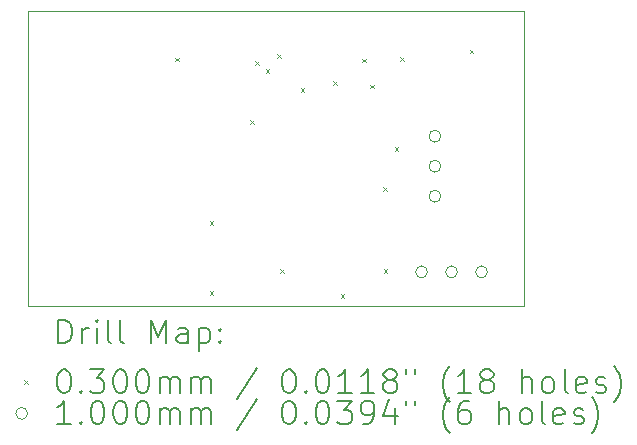
<source format=gbr>
%TF.GenerationSoftware,KiCad,Pcbnew,8.0.7*%
%TF.CreationDate,2025-02-23T01:29:40-05:00*%
%TF.ProjectId,switched_reg,73776974-6368-4656-945f-7265672e6b69,rev?*%
%TF.SameCoordinates,Original*%
%TF.FileFunction,Drillmap*%
%TF.FilePolarity,Positive*%
%FSLAX45Y45*%
G04 Gerber Fmt 4.5, Leading zero omitted, Abs format (unit mm)*
G04 Created by KiCad (PCBNEW 8.0.7) date 2025-02-23 01:29:40*
%MOMM*%
%LPD*%
G01*
G04 APERTURE LIST*
%ADD10C,0.050000*%
%ADD11C,0.200000*%
%ADD12C,0.100000*%
G04 APERTURE END LIST*
D10*
X16782360Y-7279000D02*
X20982360Y-7279000D01*
X16782360Y-9779000D02*
X16782360Y-7279000D01*
X16782360Y-9779000D02*
X20982360Y-9779000D01*
X20982360Y-9779000D02*
X20982360Y-7279000D01*
D11*
D12*
X18029500Y-7674000D02*
X18059500Y-7704000D01*
X18059500Y-7674000D02*
X18029500Y-7704000D01*
X18323800Y-9058420D02*
X18353800Y-9088420D01*
X18353800Y-9058420D02*
X18323800Y-9088420D01*
X18323800Y-9651810D02*
X18353800Y-9681810D01*
X18353800Y-9651810D02*
X18323800Y-9681810D01*
X18664040Y-8201060D02*
X18694040Y-8231060D01*
X18694040Y-8201060D02*
X18664040Y-8231060D01*
X18709200Y-7705130D02*
X18739200Y-7735130D01*
X18739200Y-7705130D02*
X18709200Y-7735130D01*
X18797160Y-7770900D02*
X18827160Y-7800900D01*
X18827160Y-7770900D02*
X18797160Y-7800900D01*
X18891700Y-7643930D02*
X18921700Y-7673930D01*
X18921700Y-7643930D02*
X18891700Y-7673930D01*
X18919620Y-9464280D02*
X18949620Y-9494280D01*
X18949620Y-9464280D02*
X18919620Y-9494280D01*
X19092020Y-7930320D02*
X19122020Y-7960320D01*
X19122020Y-7930320D02*
X19092020Y-7960320D01*
X19366340Y-7874240D02*
X19396340Y-7904240D01*
X19396340Y-7874240D02*
X19366340Y-7904240D01*
X19430130Y-9675450D02*
X19460130Y-9705450D01*
X19460130Y-9675450D02*
X19430130Y-9705450D01*
X19611580Y-7683740D02*
X19641580Y-7713740D01*
X19641580Y-7683740D02*
X19611580Y-7713740D01*
X19682950Y-7903930D02*
X19712950Y-7933930D01*
X19712950Y-7903930D02*
X19682950Y-7933930D01*
X19788980Y-8772460D02*
X19818980Y-8802460D01*
X19818980Y-8772460D02*
X19788980Y-8802460D01*
X19794130Y-9464280D02*
X19824130Y-9494280D01*
X19824130Y-9464280D02*
X19794130Y-9494280D01*
X19889320Y-8429760D02*
X19919320Y-8459760D01*
X19919320Y-8429760D02*
X19889320Y-8459760D01*
X19935570Y-7669690D02*
X19965570Y-7699690D01*
X19965570Y-7669690D02*
X19935570Y-7699690D01*
X20525080Y-7605000D02*
X20555080Y-7635000D01*
X20555080Y-7605000D02*
X20525080Y-7635000D01*
X20165760Y-9486900D02*
G75*
G02*
X20065760Y-9486900I-50000J0D01*
G01*
X20065760Y-9486900D02*
G75*
G02*
X20165760Y-9486900I50000J0D01*
G01*
X20278560Y-8338820D02*
G75*
G02*
X20178560Y-8338820I-50000J0D01*
G01*
X20178560Y-8338820D02*
G75*
G02*
X20278560Y-8338820I50000J0D01*
G01*
X20278560Y-8592820D02*
G75*
G02*
X20178560Y-8592820I-50000J0D01*
G01*
X20178560Y-8592820D02*
G75*
G02*
X20278560Y-8592820I50000J0D01*
G01*
X20278560Y-8846820D02*
G75*
G02*
X20178560Y-8846820I-50000J0D01*
G01*
X20178560Y-8846820D02*
G75*
G02*
X20278560Y-8846820I50000J0D01*
G01*
X20419760Y-9486900D02*
G75*
G02*
X20319760Y-9486900I-50000J0D01*
G01*
X20319760Y-9486900D02*
G75*
G02*
X20419760Y-9486900I50000J0D01*
G01*
X20673760Y-9486900D02*
G75*
G02*
X20573760Y-9486900I-50000J0D01*
G01*
X20573760Y-9486900D02*
G75*
G02*
X20673760Y-9486900I50000J0D01*
G01*
D11*
X17040637Y-10092984D02*
X17040637Y-9892984D01*
X17040637Y-9892984D02*
X17088256Y-9892984D01*
X17088256Y-9892984D02*
X17116827Y-9902508D01*
X17116827Y-9902508D02*
X17135875Y-9921555D01*
X17135875Y-9921555D02*
X17145399Y-9940603D01*
X17145399Y-9940603D02*
X17154923Y-9978698D01*
X17154923Y-9978698D02*
X17154923Y-10007270D01*
X17154923Y-10007270D02*
X17145399Y-10045365D01*
X17145399Y-10045365D02*
X17135875Y-10064412D01*
X17135875Y-10064412D02*
X17116827Y-10083460D01*
X17116827Y-10083460D02*
X17088256Y-10092984D01*
X17088256Y-10092984D02*
X17040637Y-10092984D01*
X17240637Y-10092984D02*
X17240637Y-9959650D01*
X17240637Y-9997746D02*
X17250161Y-9978698D01*
X17250161Y-9978698D02*
X17259684Y-9969174D01*
X17259684Y-9969174D02*
X17278732Y-9959650D01*
X17278732Y-9959650D02*
X17297780Y-9959650D01*
X17364446Y-10092984D02*
X17364446Y-9959650D01*
X17364446Y-9892984D02*
X17354923Y-9902508D01*
X17354923Y-9902508D02*
X17364446Y-9912031D01*
X17364446Y-9912031D02*
X17373970Y-9902508D01*
X17373970Y-9902508D02*
X17364446Y-9892984D01*
X17364446Y-9892984D02*
X17364446Y-9912031D01*
X17488256Y-10092984D02*
X17469208Y-10083460D01*
X17469208Y-10083460D02*
X17459684Y-10064412D01*
X17459684Y-10064412D02*
X17459684Y-9892984D01*
X17593018Y-10092984D02*
X17573970Y-10083460D01*
X17573970Y-10083460D02*
X17564446Y-10064412D01*
X17564446Y-10064412D02*
X17564446Y-9892984D01*
X17821589Y-10092984D02*
X17821589Y-9892984D01*
X17821589Y-9892984D02*
X17888256Y-10035841D01*
X17888256Y-10035841D02*
X17954923Y-9892984D01*
X17954923Y-9892984D02*
X17954923Y-10092984D01*
X18135875Y-10092984D02*
X18135875Y-9988222D01*
X18135875Y-9988222D02*
X18126351Y-9969174D01*
X18126351Y-9969174D02*
X18107304Y-9959650D01*
X18107304Y-9959650D02*
X18069208Y-9959650D01*
X18069208Y-9959650D02*
X18050161Y-9969174D01*
X18135875Y-10083460D02*
X18116827Y-10092984D01*
X18116827Y-10092984D02*
X18069208Y-10092984D01*
X18069208Y-10092984D02*
X18050161Y-10083460D01*
X18050161Y-10083460D02*
X18040637Y-10064412D01*
X18040637Y-10064412D02*
X18040637Y-10045365D01*
X18040637Y-10045365D02*
X18050161Y-10026317D01*
X18050161Y-10026317D02*
X18069208Y-10016793D01*
X18069208Y-10016793D02*
X18116827Y-10016793D01*
X18116827Y-10016793D02*
X18135875Y-10007270D01*
X18231113Y-9959650D02*
X18231113Y-10159650D01*
X18231113Y-9969174D02*
X18250161Y-9959650D01*
X18250161Y-9959650D02*
X18288256Y-9959650D01*
X18288256Y-9959650D02*
X18307304Y-9969174D01*
X18307304Y-9969174D02*
X18316827Y-9978698D01*
X18316827Y-9978698D02*
X18326351Y-9997746D01*
X18326351Y-9997746D02*
X18326351Y-10054889D01*
X18326351Y-10054889D02*
X18316827Y-10073936D01*
X18316827Y-10073936D02*
X18307304Y-10083460D01*
X18307304Y-10083460D02*
X18288256Y-10092984D01*
X18288256Y-10092984D02*
X18250161Y-10092984D01*
X18250161Y-10092984D02*
X18231113Y-10083460D01*
X18412065Y-10073936D02*
X18421589Y-10083460D01*
X18421589Y-10083460D02*
X18412065Y-10092984D01*
X18412065Y-10092984D02*
X18402542Y-10083460D01*
X18402542Y-10083460D02*
X18412065Y-10073936D01*
X18412065Y-10073936D02*
X18412065Y-10092984D01*
X18412065Y-9969174D02*
X18421589Y-9978698D01*
X18421589Y-9978698D02*
X18412065Y-9988222D01*
X18412065Y-9988222D02*
X18402542Y-9978698D01*
X18402542Y-9978698D02*
X18412065Y-9969174D01*
X18412065Y-9969174D02*
X18412065Y-9988222D01*
D12*
X16749860Y-10406500D02*
X16779860Y-10436500D01*
X16779860Y-10406500D02*
X16749860Y-10436500D01*
D11*
X17078732Y-10312984D02*
X17097780Y-10312984D01*
X17097780Y-10312984D02*
X17116827Y-10322508D01*
X17116827Y-10322508D02*
X17126351Y-10332031D01*
X17126351Y-10332031D02*
X17135875Y-10351079D01*
X17135875Y-10351079D02*
X17145399Y-10389174D01*
X17145399Y-10389174D02*
X17145399Y-10436793D01*
X17145399Y-10436793D02*
X17135875Y-10474889D01*
X17135875Y-10474889D02*
X17126351Y-10493936D01*
X17126351Y-10493936D02*
X17116827Y-10503460D01*
X17116827Y-10503460D02*
X17097780Y-10512984D01*
X17097780Y-10512984D02*
X17078732Y-10512984D01*
X17078732Y-10512984D02*
X17059684Y-10503460D01*
X17059684Y-10503460D02*
X17050161Y-10493936D01*
X17050161Y-10493936D02*
X17040637Y-10474889D01*
X17040637Y-10474889D02*
X17031113Y-10436793D01*
X17031113Y-10436793D02*
X17031113Y-10389174D01*
X17031113Y-10389174D02*
X17040637Y-10351079D01*
X17040637Y-10351079D02*
X17050161Y-10332031D01*
X17050161Y-10332031D02*
X17059684Y-10322508D01*
X17059684Y-10322508D02*
X17078732Y-10312984D01*
X17231113Y-10493936D02*
X17240637Y-10503460D01*
X17240637Y-10503460D02*
X17231113Y-10512984D01*
X17231113Y-10512984D02*
X17221589Y-10503460D01*
X17221589Y-10503460D02*
X17231113Y-10493936D01*
X17231113Y-10493936D02*
X17231113Y-10512984D01*
X17307304Y-10312984D02*
X17431113Y-10312984D01*
X17431113Y-10312984D02*
X17364446Y-10389174D01*
X17364446Y-10389174D02*
X17393018Y-10389174D01*
X17393018Y-10389174D02*
X17412065Y-10398698D01*
X17412065Y-10398698D02*
X17421589Y-10408222D01*
X17421589Y-10408222D02*
X17431113Y-10427270D01*
X17431113Y-10427270D02*
X17431113Y-10474889D01*
X17431113Y-10474889D02*
X17421589Y-10493936D01*
X17421589Y-10493936D02*
X17412065Y-10503460D01*
X17412065Y-10503460D02*
X17393018Y-10512984D01*
X17393018Y-10512984D02*
X17335875Y-10512984D01*
X17335875Y-10512984D02*
X17316827Y-10503460D01*
X17316827Y-10503460D02*
X17307304Y-10493936D01*
X17554923Y-10312984D02*
X17573970Y-10312984D01*
X17573970Y-10312984D02*
X17593018Y-10322508D01*
X17593018Y-10322508D02*
X17602542Y-10332031D01*
X17602542Y-10332031D02*
X17612065Y-10351079D01*
X17612065Y-10351079D02*
X17621589Y-10389174D01*
X17621589Y-10389174D02*
X17621589Y-10436793D01*
X17621589Y-10436793D02*
X17612065Y-10474889D01*
X17612065Y-10474889D02*
X17602542Y-10493936D01*
X17602542Y-10493936D02*
X17593018Y-10503460D01*
X17593018Y-10503460D02*
X17573970Y-10512984D01*
X17573970Y-10512984D02*
X17554923Y-10512984D01*
X17554923Y-10512984D02*
X17535875Y-10503460D01*
X17535875Y-10503460D02*
X17526351Y-10493936D01*
X17526351Y-10493936D02*
X17516827Y-10474889D01*
X17516827Y-10474889D02*
X17507304Y-10436793D01*
X17507304Y-10436793D02*
X17507304Y-10389174D01*
X17507304Y-10389174D02*
X17516827Y-10351079D01*
X17516827Y-10351079D02*
X17526351Y-10332031D01*
X17526351Y-10332031D02*
X17535875Y-10322508D01*
X17535875Y-10322508D02*
X17554923Y-10312984D01*
X17745399Y-10312984D02*
X17764446Y-10312984D01*
X17764446Y-10312984D02*
X17783494Y-10322508D01*
X17783494Y-10322508D02*
X17793018Y-10332031D01*
X17793018Y-10332031D02*
X17802542Y-10351079D01*
X17802542Y-10351079D02*
X17812065Y-10389174D01*
X17812065Y-10389174D02*
X17812065Y-10436793D01*
X17812065Y-10436793D02*
X17802542Y-10474889D01*
X17802542Y-10474889D02*
X17793018Y-10493936D01*
X17793018Y-10493936D02*
X17783494Y-10503460D01*
X17783494Y-10503460D02*
X17764446Y-10512984D01*
X17764446Y-10512984D02*
X17745399Y-10512984D01*
X17745399Y-10512984D02*
X17726351Y-10503460D01*
X17726351Y-10503460D02*
X17716827Y-10493936D01*
X17716827Y-10493936D02*
X17707304Y-10474889D01*
X17707304Y-10474889D02*
X17697780Y-10436793D01*
X17697780Y-10436793D02*
X17697780Y-10389174D01*
X17697780Y-10389174D02*
X17707304Y-10351079D01*
X17707304Y-10351079D02*
X17716827Y-10332031D01*
X17716827Y-10332031D02*
X17726351Y-10322508D01*
X17726351Y-10322508D02*
X17745399Y-10312984D01*
X17897780Y-10512984D02*
X17897780Y-10379650D01*
X17897780Y-10398698D02*
X17907304Y-10389174D01*
X17907304Y-10389174D02*
X17926351Y-10379650D01*
X17926351Y-10379650D02*
X17954923Y-10379650D01*
X17954923Y-10379650D02*
X17973970Y-10389174D01*
X17973970Y-10389174D02*
X17983494Y-10408222D01*
X17983494Y-10408222D02*
X17983494Y-10512984D01*
X17983494Y-10408222D02*
X17993018Y-10389174D01*
X17993018Y-10389174D02*
X18012065Y-10379650D01*
X18012065Y-10379650D02*
X18040637Y-10379650D01*
X18040637Y-10379650D02*
X18059685Y-10389174D01*
X18059685Y-10389174D02*
X18069208Y-10408222D01*
X18069208Y-10408222D02*
X18069208Y-10512984D01*
X18164446Y-10512984D02*
X18164446Y-10379650D01*
X18164446Y-10398698D02*
X18173970Y-10389174D01*
X18173970Y-10389174D02*
X18193018Y-10379650D01*
X18193018Y-10379650D02*
X18221589Y-10379650D01*
X18221589Y-10379650D02*
X18240637Y-10389174D01*
X18240637Y-10389174D02*
X18250161Y-10408222D01*
X18250161Y-10408222D02*
X18250161Y-10512984D01*
X18250161Y-10408222D02*
X18259685Y-10389174D01*
X18259685Y-10389174D02*
X18278732Y-10379650D01*
X18278732Y-10379650D02*
X18307304Y-10379650D01*
X18307304Y-10379650D02*
X18326351Y-10389174D01*
X18326351Y-10389174D02*
X18335875Y-10408222D01*
X18335875Y-10408222D02*
X18335875Y-10512984D01*
X18726351Y-10303460D02*
X18554923Y-10560603D01*
X18983494Y-10312984D02*
X19002542Y-10312984D01*
X19002542Y-10312984D02*
X19021589Y-10322508D01*
X19021589Y-10322508D02*
X19031113Y-10332031D01*
X19031113Y-10332031D02*
X19040637Y-10351079D01*
X19040637Y-10351079D02*
X19050161Y-10389174D01*
X19050161Y-10389174D02*
X19050161Y-10436793D01*
X19050161Y-10436793D02*
X19040637Y-10474889D01*
X19040637Y-10474889D02*
X19031113Y-10493936D01*
X19031113Y-10493936D02*
X19021589Y-10503460D01*
X19021589Y-10503460D02*
X19002542Y-10512984D01*
X19002542Y-10512984D02*
X18983494Y-10512984D01*
X18983494Y-10512984D02*
X18964447Y-10503460D01*
X18964447Y-10503460D02*
X18954923Y-10493936D01*
X18954923Y-10493936D02*
X18945399Y-10474889D01*
X18945399Y-10474889D02*
X18935875Y-10436793D01*
X18935875Y-10436793D02*
X18935875Y-10389174D01*
X18935875Y-10389174D02*
X18945399Y-10351079D01*
X18945399Y-10351079D02*
X18954923Y-10332031D01*
X18954923Y-10332031D02*
X18964447Y-10322508D01*
X18964447Y-10322508D02*
X18983494Y-10312984D01*
X19135875Y-10493936D02*
X19145399Y-10503460D01*
X19145399Y-10503460D02*
X19135875Y-10512984D01*
X19135875Y-10512984D02*
X19126351Y-10503460D01*
X19126351Y-10503460D02*
X19135875Y-10493936D01*
X19135875Y-10493936D02*
X19135875Y-10512984D01*
X19269208Y-10312984D02*
X19288256Y-10312984D01*
X19288256Y-10312984D02*
X19307304Y-10322508D01*
X19307304Y-10322508D02*
X19316828Y-10332031D01*
X19316828Y-10332031D02*
X19326351Y-10351079D01*
X19326351Y-10351079D02*
X19335875Y-10389174D01*
X19335875Y-10389174D02*
X19335875Y-10436793D01*
X19335875Y-10436793D02*
X19326351Y-10474889D01*
X19326351Y-10474889D02*
X19316828Y-10493936D01*
X19316828Y-10493936D02*
X19307304Y-10503460D01*
X19307304Y-10503460D02*
X19288256Y-10512984D01*
X19288256Y-10512984D02*
X19269208Y-10512984D01*
X19269208Y-10512984D02*
X19250161Y-10503460D01*
X19250161Y-10503460D02*
X19240637Y-10493936D01*
X19240637Y-10493936D02*
X19231113Y-10474889D01*
X19231113Y-10474889D02*
X19221589Y-10436793D01*
X19221589Y-10436793D02*
X19221589Y-10389174D01*
X19221589Y-10389174D02*
X19231113Y-10351079D01*
X19231113Y-10351079D02*
X19240637Y-10332031D01*
X19240637Y-10332031D02*
X19250161Y-10322508D01*
X19250161Y-10322508D02*
X19269208Y-10312984D01*
X19526351Y-10512984D02*
X19412066Y-10512984D01*
X19469208Y-10512984D02*
X19469208Y-10312984D01*
X19469208Y-10312984D02*
X19450161Y-10341555D01*
X19450161Y-10341555D02*
X19431113Y-10360603D01*
X19431113Y-10360603D02*
X19412066Y-10370127D01*
X19716828Y-10512984D02*
X19602542Y-10512984D01*
X19659685Y-10512984D02*
X19659685Y-10312984D01*
X19659685Y-10312984D02*
X19640637Y-10341555D01*
X19640637Y-10341555D02*
X19621589Y-10360603D01*
X19621589Y-10360603D02*
X19602542Y-10370127D01*
X19831113Y-10398698D02*
X19812066Y-10389174D01*
X19812066Y-10389174D02*
X19802542Y-10379650D01*
X19802542Y-10379650D02*
X19793018Y-10360603D01*
X19793018Y-10360603D02*
X19793018Y-10351079D01*
X19793018Y-10351079D02*
X19802542Y-10332031D01*
X19802542Y-10332031D02*
X19812066Y-10322508D01*
X19812066Y-10322508D02*
X19831113Y-10312984D01*
X19831113Y-10312984D02*
X19869209Y-10312984D01*
X19869209Y-10312984D02*
X19888256Y-10322508D01*
X19888256Y-10322508D02*
X19897780Y-10332031D01*
X19897780Y-10332031D02*
X19907304Y-10351079D01*
X19907304Y-10351079D02*
X19907304Y-10360603D01*
X19907304Y-10360603D02*
X19897780Y-10379650D01*
X19897780Y-10379650D02*
X19888256Y-10389174D01*
X19888256Y-10389174D02*
X19869209Y-10398698D01*
X19869209Y-10398698D02*
X19831113Y-10398698D01*
X19831113Y-10398698D02*
X19812066Y-10408222D01*
X19812066Y-10408222D02*
X19802542Y-10417746D01*
X19802542Y-10417746D02*
X19793018Y-10436793D01*
X19793018Y-10436793D02*
X19793018Y-10474889D01*
X19793018Y-10474889D02*
X19802542Y-10493936D01*
X19802542Y-10493936D02*
X19812066Y-10503460D01*
X19812066Y-10503460D02*
X19831113Y-10512984D01*
X19831113Y-10512984D02*
X19869209Y-10512984D01*
X19869209Y-10512984D02*
X19888256Y-10503460D01*
X19888256Y-10503460D02*
X19897780Y-10493936D01*
X19897780Y-10493936D02*
X19907304Y-10474889D01*
X19907304Y-10474889D02*
X19907304Y-10436793D01*
X19907304Y-10436793D02*
X19897780Y-10417746D01*
X19897780Y-10417746D02*
X19888256Y-10408222D01*
X19888256Y-10408222D02*
X19869209Y-10398698D01*
X19983494Y-10312984D02*
X19983494Y-10351079D01*
X20059685Y-10312984D02*
X20059685Y-10351079D01*
X20354923Y-10589174D02*
X20345399Y-10579650D01*
X20345399Y-10579650D02*
X20326351Y-10551079D01*
X20326351Y-10551079D02*
X20316828Y-10532031D01*
X20316828Y-10532031D02*
X20307304Y-10503460D01*
X20307304Y-10503460D02*
X20297780Y-10455841D01*
X20297780Y-10455841D02*
X20297780Y-10417746D01*
X20297780Y-10417746D02*
X20307304Y-10370127D01*
X20307304Y-10370127D02*
X20316828Y-10341555D01*
X20316828Y-10341555D02*
X20326351Y-10322508D01*
X20326351Y-10322508D02*
X20345399Y-10293936D01*
X20345399Y-10293936D02*
X20354923Y-10284412D01*
X20535875Y-10512984D02*
X20421590Y-10512984D01*
X20478732Y-10512984D02*
X20478732Y-10312984D01*
X20478732Y-10312984D02*
X20459685Y-10341555D01*
X20459685Y-10341555D02*
X20440637Y-10360603D01*
X20440637Y-10360603D02*
X20421590Y-10370127D01*
X20650161Y-10398698D02*
X20631113Y-10389174D01*
X20631113Y-10389174D02*
X20621590Y-10379650D01*
X20621590Y-10379650D02*
X20612066Y-10360603D01*
X20612066Y-10360603D02*
X20612066Y-10351079D01*
X20612066Y-10351079D02*
X20621590Y-10332031D01*
X20621590Y-10332031D02*
X20631113Y-10322508D01*
X20631113Y-10322508D02*
X20650161Y-10312984D01*
X20650161Y-10312984D02*
X20688256Y-10312984D01*
X20688256Y-10312984D02*
X20707304Y-10322508D01*
X20707304Y-10322508D02*
X20716828Y-10332031D01*
X20716828Y-10332031D02*
X20726351Y-10351079D01*
X20726351Y-10351079D02*
X20726351Y-10360603D01*
X20726351Y-10360603D02*
X20716828Y-10379650D01*
X20716828Y-10379650D02*
X20707304Y-10389174D01*
X20707304Y-10389174D02*
X20688256Y-10398698D01*
X20688256Y-10398698D02*
X20650161Y-10398698D01*
X20650161Y-10398698D02*
X20631113Y-10408222D01*
X20631113Y-10408222D02*
X20621590Y-10417746D01*
X20621590Y-10417746D02*
X20612066Y-10436793D01*
X20612066Y-10436793D02*
X20612066Y-10474889D01*
X20612066Y-10474889D02*
X20621590Y-10493936D01*
X20621590Y-10493936D02*
X20631113Y-10503460D01*
X20631113Y-10503460D02*
X20650161Y-10512984D01*
X20650161Y-10512984D02*
X20688256Y-10512984D01*
X20688256Y-10512984D02*
X20707304Y-10503460D01*
X20707304Y-10503460D02*
X20716828Y-10493936D01*
X20716828Y-10493936D02*
X20726351Y-10474889D01*
X20726351Y-10474889D02*
X20726351Y-10436793D01*
X20726351Y-10436793D02*
X20716828Y-10417746D01*
X20716828Y-10417746D02*
X20707304Y-10408222D01*
X20707304Y-10408222D02*
X20688256Y-10398698D01*
X20964447Y-10512984D02*
X20964447Y-10312984D01*
X21050161Y-10512984D02*
X21050161Y-10408222D01*
X21050161Y-10408222D02*
X21040637Y-10389174D01*
X21040637Y-10389174D02*
X21021590Y-10379650D01*
X21021590Y-10379650D02*
X20993018Y-10379650D01*
X20993018Y-10379650D02*
X20973971Y-10389174D01*
X20973971Y-10389174D02*
X20964447Y-10398698D01*
X21173971Y-10512984D02*
X21154923Y-10503460D01*
X21154923Y-10503460D02*
X21145399Y-10493936D01*
X21145399Y-10493936D02*
X21135875Y-10474889D01*
X21135875Y-10474889D02*
X21135875Y-10417746D01*
X21135875Y-10417746D02*
X21145399Y-10398698D01*
X21145399Y-10398698D02*
X21154923Y-10389174D01*
X21154923Y-10389174D02*
X21173971Y-10379650D01*
X21173971Y-10379650D02*
X21202542Y-10379650D01*
X21202542Y-10379650D02*
X21221590Y-10389174D01*
X21221590Y-10389174D02*
X21231113Y-10398698D01*
X21231113Y-10398698D02*
X21240637Y-10417746D01*
X21240637Y-10417746D02*
X21240637Y-10474889D01*
X21240637Y-10474889D02*
X21231113Y-10493936D01*
X21231113Y-10493936D02*
X21221590Y-10503460D01*
X21221590Y-10503460D02*
X21202542Y-10512984D01*
X21202542Y-10512984D02*
X21173971Y-10512984D01*
X21354923Y-10512984D02*
X21335875Y-10503460D01*
X21335875Y-10503460D02*
X21326352Y-10484412D01*
X21326352Y-10484412D02*
X21326352Y-10312984D01*
X21507304Y-10503460D02*
X21488256Y-10512984D01*
X21488256Y-10512984D02*
X21450161Y-10512984D01*
X21450161Y-10512984D02*
X21431113Y-10503460D01*
X21431113Y-10503460D02*
X21421590Y-10484412D01*
X21421590Y-10484412D02*
X21421590Y-10408222D01*
X21421590Y-10408222D02*
X21431113Y-10389174D01*
X21431113Y-10389174D02*
X21450161Y-10379650D01*
X21450161Y-10379650D02*
X21488256Y-10379650D01*
X21488256Y-10379650D02*
X21507304Y-10389174D01*
X21507304Y-10389174D02*
X21516828Y-10408222D01*
X21516828Y-10408222D02*
X21516828Y-10427270D01*
X21516828Y-10427270D02*
X21421590Y-10446317D01*
X21593018Y-10503460D02*
X21612066Y-10512984D01*
X21612066Y-10512984D02*
X21650161Y-10512984D01*
X21650161Y-10512984D02*
X21669209Y-10503460D01*
X21669209Y-10503460D02*
X21678733Y-10484412D01*
X21678733Y-10484412D02*
X21678733Y-10474889D01*
X21678733Y-10474889D02*
X21669209Y-10455841D01*
X21669209Y-10455841D02*
X21650161Y-10446317D01*
X21650161Y-10446317D02*
X21621590Y-10446317D01*
X21621590Y-10446317D02*
X21602542Y-10436793D01*
X21602542Y-10436793D02*
X21593018Y-10417746D01*
X21593018Y-10417746D02*
X21593018Y-10408222D01*
X21593018Y-10408222D02*
X21602542Y-10389174D01*
X21602542Y-10389174D02*
X21621590Y-10379650D01*
X21621590Y-10379650D02*
X21650161Y-10379650D01*
X21650161Y-10379650D02*
X21669209Y-10389174D01*
X21745399Y-10589174D02*
X21754923Y-10579650D01*
X21754923Y-10579650D02*
X21773971Y-10551079D01*
X21773971Y-10551079D02*
X21783494Y-10532031D01*
X21783494Y-10532031D02*
X21793018Y-10503460D01*
X21793018Y-10503460D02*
X21802542Y-10455841D01*
X21802542Y-10455841D02*
X21802542Y-10417746D01*
X21802542Y-10417746D02*
X21793018Y-10370127D01*
X21793018Y-10370127D02*
X21783494Y-10341555D01*
X21783494Y-10341555D02*
X21773971Y-10322508D01*
X21773971Y-10322508D02*
X21754923Y-10293936D01*
X21754923Y-10293936D02*
X21745399Y-10284412D01*
D12*
X16779860Y-10685500D02*
G75*
G02*
X16679860Y-10685500I-50000J0D01*
G01*
X16679860Y-10685500D02*
G75*
G02*
X16779860Y-10685500I50000J0D01*
G01*
D11*
X17145399Y-10776984D02*
X17031113Y-10776984D01*
X17088256Y-10776984D02*
X17088256Y-10576984D01*
X17088256Y-10576984D02*
X17069208Y-10605555D01*
X17069208Y-10605555D02*
X17050161Y-10624603D01*
X17050161Y-10624603D02*
X17031113Y-10634127D01*
X17231113Y-10757936D02*
X17240637Y-10767460D01*
X17240637Y-10767460D02*
X17231113Y-10776984D01*
X17231113Y-10776984D02*
X17221589Y-10767460D01*
X17221589Y-10767460D02*
X17231113Y-10757936D01*
X17231113Y-10757936D02*
X17231113Y-10776984D01*
X17364446Y-10576984D02*
X17383494Y-10576984D01*
X17383494Y-10576984D02*
X17402542Y-10586508D01*
X17402542Y-10586508D02*
X17412065Y-10596031D01*
X17412065Y-10596031D02*
X17421589Y-10615079D01*
X17421589Y-10615079D02*
X17431113Y-10653174D01*
X17431113Y-10653174D02*
X17431113Y-10700793D01*
X17431113Y-10700793D02*
X17421589Y-10738889D01*
X17421589Y-10738889D02*
X17412065Y-10757936D01*
X17412065Y-10757936D02*
X17402542Y-10767460D01*
X17402542Y-10767460D02*
X17383494Y-10776984D01*
X17383494Y-10776984D02*
X17364446Y-10776984D01*
X17364446Y-10776984D02*
X17345399Y-10767460D01*
X17345399Y-10767460D02*
X17335875Y-10757936D01*
X17335875Y-10757936D02*
X17326351Y-10738889D01*
X17326351Y-10738889D02*
X17316827Y-10700793D01*
X17316827Y-10700793D02*
X17316827Y-10653174D01*
X17316827Y-10653174D02*
X17326351Y-10615079D01*
X17326351Y-10615079D02*
X17335875Y-10596031D01*
X17335875Y-10596031D02*
X17345399Y-10586508D01*
X17345399Y-10586508D02*
X17364446Y-10576984D01*
X17554923Y-10576984D02*
X17573970Y-10576984D01*
X17573970Y-10576984D02*
X17593018Y-10586508D01*
X17593018Y-10586508D02*
X17602542Y-10596031D01*
X17602542Y-10596031D02*
X17612065Y-10615079D01*
X17612065Y-10615079D02*
X17621589Y-10653174D01*
X17621589Y-10653174D02*
X17621589Y-10700793D01*
X17621589Y-10700793D02*
X17612065Y-10738889D01*
X17612065Y-10738889D02*
X17602542Y-10757936D01*
X17602542Y-10757936D02*
X17593018Y-10767460D01*
X17593018Y-10767460D02*
X17573970Y-10776984D01*
X17573970Y-10776984D02*
X17554923Y-10776984D01*
X17554923Y-10776984D02*
X17535875Y-10767460D01*
X17535875Y-10767460D02*
X17526351Y-10757936D01*
X17526351Y-10757936D02*
X17516827Y-10738889D01*
X17516827Y-10738889D02*
X17507304Y-10700793D01*
X17507304Y-10700793D02*
X17507304Y-10653174D01*
X17507304Y-10653174D02*
X17516827Y-10615079D01*
X17516827Y-10615079D02*
X17526351Y-10596031D01*
X17526351Y-10596031D02*
X17535875Y-10586508D01*
X17535875Y-10586508D02*
X17554923Y-10576984D01*
X17745399Y-10576984D02*
X17764446Y-10576984D01*
X17764446Y-10576984D02*
X17783494Y-10586508D01*
X17783494Y-10586508D02*
X17793018Y-10596031D01*
X17793018Y-10596031D02*
X17802542Y-10615079D01*
X17802542Y-10615079D02*
X17812065Y-10653174D01*
X17812065Y-10653174D02*
X17812065Y-10700793D01*
X17812065Y-10700793D02*
X17802542Y-10738889D01*
X17802542Y-10738889D02*
X17793018Y-10757936D01*
X17793018Y-10757936D02*
X17783494Y-10767460D01*
X17783494Y-10767460D02*
X17764446Y-10776984D01*
X17764446Y-10776984D02*
X17745399Y-10776984D01*
X17745399Y-10776984D02*
X17726351Y-10767460D01*
X17726351Y-10767460D02*
X17716827Y-10757936D01*
X17716827Y-10757936D02*
X17707304Y-10738889D01*
X17707304Y-10738889D02*
X17697780Y-10700793D01*
X17697780Y-10700793D02*
X17697780Y-10653174D01*
X17697780Y-10653174D02*
X17707304Y-10615079D01*
X17707304Y-10615079D02*
X17716827Y-10596031D01*
X17716827Y-10596031D02*
X17726351Y-10586508D01*
X17726351Y-10586508D02*
X17745399Y-10576984D01*
X17897780Y-10776984D02*
X17897780Y-10643650D01*
X17897780Y-10662698D02*
X17907304Y-10653174D01*
X17907304Y-10653174D02*
X17926351Y-10643650D01*
X17926351Y-10643650D02*
X17954923Y-10643650D01*
X17954923Y-10643650D02*
X17973970Y-10653174D01*
X17973970Y-10653174D02*
X17983494Y-10672222D01*
X17983494Y-10672222D02*
X17983494Y-10776984D01*
X17983494Y-10672222D02*
X17993018Y-10653174D01*
X17993018Y-10653174D02*
X18012065Y-10643650D01*
X18012065Y-10643650D02*
X18040637Y-10643650D01*
X18040637Y-10643650D02*
X18059685Y-10653174D01*
X18059685Y-10653174D02*
X18069208Y-10672222D01*
X18069208Y-10672222D02*
X18069208Y-10776984D01*
X18164446Y-10776984D02*
X18164446Y-10643650D01*
X18164446Y-10662698D02*
X18173970Y-10653174D01*
X18173970Y-10653174D02*
X18193018Y-10643650D01*
X18193018Y-10643650D02*
X18221589Y-10643650D01*
X18221589Y-10643650D02*
X18240637Y-10653174D01*
X18240637Y-10653174D02*
X18250161Y-10672222D01*
X18250161Y-10672222D02*
X18250161Y-10776984D01*
X18250161Y-10672222D02*
X18259685Y-10653174D01*
X18259685Y-10653174D02*
X18278732Y-10643650D01*
X18278732Y-10643650D02*
X18307304Y-10643650D01*
X18307304Y-10643650D02*
X18326351Y-10653174D01*
X18326351Y-10653174D02*
X18335875Y-10672222D01*
X18335875Y-10672222D02*
X18335875Y-10776984D01*
X18726351Y-10567460D02*
X18554923Y-10824603D01*
X18983494Y-10576984D02*
X19002542Y-10576984D01*
X19002542Y-10576984D02*
X19021589Y-10586508D01*
X19021589Y-10586508D02*
X19031113Y-10596031D01*
X19031113Y-10596031D02*
X19040637Y-10615079D01*
X19040637Y-10615079D02*
X19050161Y-10653174D01*
X19050161Y-10653174D02*
X19050161Y-10700793D01*
X19050161Y-10700793D02*
X19040637Y-10738889D01*
X19040637Y-10738889D02*
X19031113Y-10757936D01*
X19031113Y-10757936D02*
X19021589Y-10767460D01*
X19021589Y-10767460D02*
X19002542Y-10776984D01*
X19002542Y-10776984D02*
X18983494Y-10776984D01*
X18983494Y-10776984D02*
X18964447Y-10767460D01*
X18964447Y-10767460D02*
X18954923Y-10757936D01*
X18954923Y-10757936D02*
X18945399Y-10738889D01*
X18945399Y-10738889D02*
X18935875Y-10700793D01*
X18935875Y-10700793D02*
X18935875Y-10653174D01*
X18935875Y-10653174D02*
X18945399Y-10615079D01*
X18945399Y-10615079D02*
X18954923Y-10596031D01*
X18954923Y-10596031D02*
X18964447Y-10586508D01*
X18964447Y-10586508D02*
X18983494Y-10576984D01*
X19135875Y-10757936D02*
X19145399Y-10767460D01*
X19145399Y-10767460D02*
X19135875Y-10776984D01*
X19135875Y-10776984D02*
X19126351Y-10767460D01*
X19126351Y-10767460D02*
X19135875Y-10757936D01*
X19135875Y-10757936D02*
X19135875Y-10776984D01*
X19269208Y-10576984D02*
X19288256Y-10576984D01*
X19288256Y-10576984D02*
X19307304Y-10586508D01*
X19307304Y-10586508D02*
X19316828Y-10596031D01*
X19316828Y-10596031D02*
X19326351Y-10615079D01*
X19326351Y-10615079D02*
X19335875Y-10653174D01*
X19335875Y-10653174D02*
X19335875Y-10700793D01*
X19335875Y-10700793D02*
X19326351Y-10738889D01*
X19326351Y-10738889D02*
X19316828Y-10757936D01*
X19316828Y-10757936D02*
X19307304Y-10767460D01*
X19307304Y-10767460D02*
X19288256Y-10776984D01*
X19288256Y-10776984D02*
X19269208Y-10776984D01*
X19269208Y-10776984D02*
X19250161Y-10767460D01*
X19250161Y-10767460D02*
X19240637Y-10757936D01*
X19240637Y-10757936D02*
X19231113Y-10738889D01*
X19231113Y-10738889D02*
X19221589Y-10700793D01*
X19221589Y-10700793D02*
X19221589Y-10653174D01*
X19221589Y-10653174D02*
X19231113Y-10615079D01*
X19231113Y-10615079D02*
X19240637Y-10596031D01*
X19240637Y-10596031D02*
X19250161Y-10586508D01*
X19250161Y-10586508D02*
X19269208Y-10576984D01*
X19402542Y-10576984D02*
X19526351Y-10576984D01*
X19526351Y-10576984D02*
X19459685Y-10653174D01*
X19459685Y-10653174D02*
X19488256Y-10653174D01*
X19488256Y-10653174D02*
X19507304Y-10662698D01*
X19507304Y-10662698D02*
X19516828Y-10672222D01*
X19516828Y-10672222D02*
X19526351Y-10691270D01*
X19526351Y-10691270D02*
X19526351Y-10738889D01*
X19526351Y-10738889D02*
X19516828Y-10757936D01*
X19516828Y-10757936D02*
X19507304Y-10767460D01*
X19507304Y-10767460D02*
X19488256Y-10776984D01*
X19488256Y-10776984D02*
X19431113Y-10776984D01*
X19431113Y-10776984D02*
X19412066Y-10767460D01*
X19412066Y-10767460D02*
X19402542Y-10757936D01*
X19621589Y-10776984D02*
X19659685Y-10776984D01*
X19659685Y-10776984D02*
X19678732Y-10767460D01*
X19678732Y-10767460D02*
X19688256Y-10757936D01*
X19688256Y-10757936D02*
X19707304Y-10729365D01*
X19707304Y-10729365D02*
X19716828Y-10691270D01*
X19716828Y-10691270D02*
X19716828Y-10615079D01*
X19716828Y-10615079D02*
X19707304Y-10596031D01*
X19707304Y-10596031D02*
X19697780Y-10586508D01*
X19697780Y-10586508D02*
X19678732Y-10576984D01*
X19678732Y-10576984D02*
X19640637Y-10576984D01*
X19640637Y-10576984D02*
X19621589Y-10586508D01*
X19621589Y-10586508D02*
X19612066Y-10596031D01*
X19612066Y-10596031D02*
X19602542Y-10615079D01*
X19602542Y-10615079D02*
X19602542Y-10662698D01*
X19602542Y-10662698D02*
X19612066Y-10681746D01*
X19612066Y-10681746D02*
X19621589Y-10691270D01*
X19621589Y-10691270D02*
X19640637Y-10700793D01*
X19640637Y-10700793D02*
X19678732Y-10700793D01*
X19678732Y-10700793D02*
X19697780Y-10691270D01*
X19697780Y-10691270D02*
X19707304Y-10681746D01*
X19707304Y-10681746D02*
X19716828Y-10662698D01*
X19888256Y-10643650D02*
X19888256Y-10776984D01*
X19840637Y-10567460D02*
X19793018Y-10710317D01*
X19793018Y-10710317D02*
X19916828Y-10710317D01*
X19983494Y-10576984D02*
X19983494Y-10615079D01*
X20059685Y-10576984D02*
X20059685Y-10615079D01*
X20354923Y-10853174D02*
X20345399Y-10843650D01*
X20345399Y-10843650D02*
X20326351Y-10815079D01*
X20326351Y-10815079D02*
X20316828Y-10796031D01*
X20316828Y-10796031D02*
X20307304Y-10767460D01*
X20307304Y-10767460D02*
X20297780Y-10719841D01*
X20297780Y-10719841D02*
X20297780Y-10681746D01*
X20297780Y-10681746D02*
X20307304Y-10634127D01*
X20307304Y-10634127D02*
X20316828Y-10605555D01*
X20316828Y-10605555D02*
X20326351Y-10586508D01*
X20326351Y-10586508D02*
X20345399Y-10557936D01*
X20345399Y-10557936D02*
X20354923Y-10548412D01*
X20516828Y-10576984D02*
X20478732Y-10576984D01*
X20478732Y-10576984D02*
X20459685Y-10586508D01*
X20459685Y-10586508D02*
X20450161Y-10596031D01*
X20450161Y-10596031D02*
X20431113Y-10624603D01*
X20431113Y-10624603D02*
X20421590Y-10662698D01*
X20421590Y-10662698D02*
X20421590Y-10738889D01*
X20421590Y-10738889D02*
X20431113Y-10757936D01*
X20431113Y-10757936D02*
X20440637Y-10767460D01*
X20440637Y-10767460D02*
X20459685Y-10776984D01*
X20459685Y-10776984D02*
X20497780Y-10776984D01*
X20497780Y-10776984D02*
X20516828Y-10767460D01*
X20516828Y-10767460D02*
X20526351Y-10757936D01*
X20526351Y-10757936D02*
X20535875Y-10738889D01*
X20535875Y-10738889D02*
X20535875Y-10691270D01*
X20535875Y-10691270D02*
X20526351Y-10672222D01*
X20526351Y-10672222D02*
X20516828Y-10662698D01*
X20516828Y-10662698D02*
X20497780Y-10653174D01*
X20497780Y-10653174D02*
X20459685Y-10653174D01*
X20459685Y-10653174D02*
X20440637Y-10662698D01*
X20440637Y-10662698D02*
X20431113Y-10672222D01*
X20431113Y-10672222D02*
X20421590Y-10691270D01*
X20773971Y-10776984D02*
X20773971Y-10576984D01*
X20859685Y-10776984D02*
X20859685Y-10672222D01*
X20859685Y-10672222D02*
X20850161Y-10653174D01*
X20850161Y-10653174D02*
X20831113Y-10643650D01*
X20831113Y-10643650D02*
X20802542Y-10643650D01*
X20802542Y-10643650D02*
X20783494Y-10653174D01*
X20783494Y-10653174D02*
X20773971Y-10662698D01*
X20983494Y-10776984D02*
X20964447Y-10767460D01*
X20964447Y-10767460D02*
X20954923Y-10757936D01*
X20954923Y-10757936D02*
X20945399Y-10738889D01*
X20945399Y-10738889D02*
X20945399Y-10681746D01*
X20945399Y-10681746D02*
X20954923Y-10662698D01*
X20954923Y-10662698D02*
X20964447Y-10653174D01*
X20964447Y-10653174D02*
X20983494Y-10643650D01*
X20983494Y-10643650D02*
X21012066Y-10643650D01*
X21012066Y-10643650D02*
X21031113Y-10653174D01*
X21031113Y-10653174D02*
X21040637Y-10662698D01*
X21040637Y-10662698D02*
X21050161Y-10681746D01*
X21050161Y-10681746D02*
X21050161Y-10738889D01*
X21050161Y-10738889D02*
X21040637Y-10757936D01*
X21040637Y-10757936D02*
X21031113Y-10767460D01*
X21031113Y-10767460D02*
X21012066Y-10776984D01*
X21012066Y-10776984D02*
X20983494Y-10776984D01*
X21164447Y-10776984D02*
X21145399Y-10767460D01*
X21145399Y-10767460D02*
X21135875Y-10748412D01*
X21135875Y-10748412D02*
X21135875Y-10576984D01*
X21316828Y-10767460D02*
X21297780Y-10776984D01*
X21297780Y-10776984D02*
X21259685Y-10776984D01*
X21259685Y-10776984D02*
X21240637Y-10767460D01*
X21240637Y-10767460D02*
X21231113Y-10748412D01*
X21231113Y-10748412D02*
X21231113Y-10672222D01*
X21231113Y-10672222D02*
X21240637Y-10653174D01*
X21240637Y-10653174D02*
X21259685Y-10643650D01*
X21259685Y-10643650D02*
X21297780Y-10643650D01*
X21297780Y-10643650D02*
X21316828Y-10653174D01*
X21316828Y-10653174D02*
X21326352Y-10672222D01*
X21326352Y-10672222D02*
X21326352Y-10691270D01*
X21326352Y-10691270D02*
X21231113Y-10710317D01*
X21402542Y-10767460D02*
X21421590Y-10776984D01*
X21421590Y-10776984D02*
X21459685Y-10776984D01*
X21459685Y-10776984D02*
X21478733Y-10767460D01*
X21478733Y-10767460D02*
X21488256Y-10748412D01*
X21488256Y-10748412D02*
X21488256Y-10738889D01*
X21488256Y-10738889D02*
X21478733Y-10719841D01*
X21478733Y-10719841D02*
X21459685Y-10710317D01*
X21459685Y-10710317D02*
X21431113Y-10710317D01*
X21431113Y-10710317D02*
X21412066Y-10700793D01*
X21412066Y-10700793D02*
X21402542Y-10681746D01*
X21402542Y-10681746D02*
X21402542Y-10672222D01*
X21402542Y-10672222D02*
X21412066Y-10653174D01*
X21412066Y-10653174D02*
X21431113Y-10643650D01*
X21431113Y-10643650D02*
X21459685Y-10643650D01*
X21459685Y-10643650D02*
X21478733Y-10653174D01*
X21554923Y-10853174D02*
X21564447Y-10843650D01*
X21564447Y-10843650D02*
X21583494Y-10815079D01*
X21583494Y-10815079D02*
X21593018Y-10796031D01*
X21593018Y-10796031D02*
X21602542Y-10767460D01*
X21602542Y-10767460D02*
X21612066Y-10719841D01*
X21612066Y-10719841D02*
X21612066Y-10681746D01*
X21612066Y-10681746D02*
X21602542Y-10634127D01*
X21602542Y-10634127D02*
X21593018Y-10605555D01*
X21593018Y-10605555D02*
X21583494Y-10586508D01*
X21583494Y-10586508D02*
X21564447Y-10557936D01*
X21564447Y-10557936D02*
X21554923Y-10548412D01*
M02*

</source>
